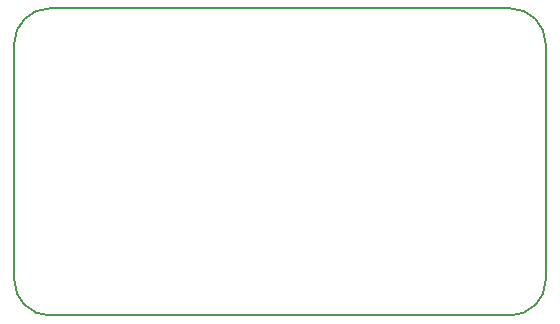
<source format=gbr>
G04 DipTrace 3.1.0.0*
G04 BoardOutline.gbr*
%MOIN*%
G04 #@! TF.FileFunction,Profile*
G04 #@! TF.Part,Single*
%ADD11C,0.006*%
%FSLAX26Y26*%
G04*
G70*
G90*
G75*
G01*
G04 BoardOutline*
%LPD*%
X511811Y393701D2*
D11*
X2047244D1*
G03X2165354Y511811I2J118108D01*
G01*
Y1299213D1*
G03X2047244Y1417323I-118108J2D01*
G01*
X511811D1*
G03X393701Y1299213I-2J-118108D01*
G01*
Y511811D1*
G03X511811Y393701I118108J-2D01*
G01*
M02*

</source>
